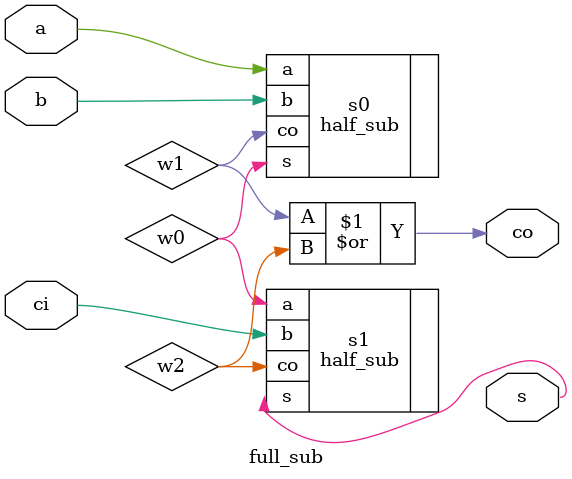
<source format=v>
`timescale 1ns/1ns

module full_sub(a, b, ci, co, s); /* define module */
	input  a, b, ci;              /* input port */
	output co, s;                 /* output port */
	wire   w0, w1, w2;            /* wire */
	
	/* connect pre-defined module */
	half_sub s0(.a(a),  .b(b),  .co(w1), .s(w0));
	half_sub s1(.a(w0), .b(ci), .co(w2), .s(s));
	
	/* assign output */
	assign co = w1 | w2;
	
endmodule

</source>
